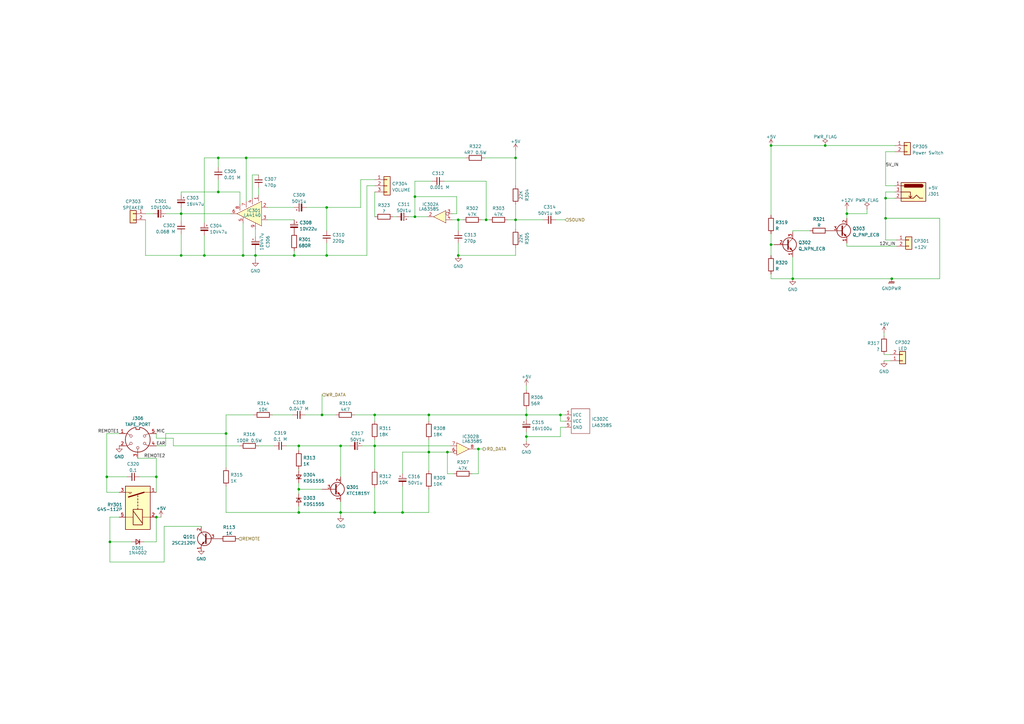
<source format=kicad_sch>
(kicad_sch (version 20211123) (generator eeschema)
  (paper "A3")
  (title_block (title "CPC6128 MC0020x tape audio and power") (date "2022-08-20") (rev "1") (company "Amstrad plc"))
  (lib_symbols
    (symbol "CPC_Kicad_symbols:LA4140" (pin_names hide)
      (property "Reference" "IC" (at -7.62 1.27 0))
      (property "Value" "LA4140" (at -7.62 -1.27 0))
      (symbol "LA4140_0_1"
        (polyline (pts (xy -7.62 5.08) (xy -7.62 -5.08) (xy 2.54 0) (xy -7.62 5.08)) (stroke (width 0.1524)) (fill (type background)))
      )
      (symbol "LA4140_1_1"
        (pin passive line (at -6.35 7.62 270) (length 2.54) (name "") (number "1"))
        (pin passive line (at -10.16 2.54 0) (length 2.54) (name "") (number "2"))
        (pin passive line (at -10.16 -2.54 0) (length 2.54) (name "") (number "3"))
        (pin passive line (at -3.81 6.35 270) (length 2.54) (name "") (number "4"))
        (pin passive line (at 0 -3.81 90) (length 2.54) (name "") (number "5"))
        (pin passive line (at 5.08 0 180) (length 2.54) (name "") (number "6"))
        (pin passive line (at -1.27 5.08 270) (length 2.54) (name "") (number "7"))
        (pin passive line (at 1.27 3.81 270) (length 2.54) (name "") (number "8"))
        (pin passive line (at -5.08 -6.35 90) (length 2.54) (name "") (number "9"))
      )
    )
    (symbol "CPC_Kicad_symbols:LA6358S"
      (property "Reference" "IC" (at 0 5.08 0))
      (property "Value" "LA6358S" (at 0 -7.62 0))
      (symbol "LA6358S_1_1"
        (polyline (pts (xy -2.54 2.54) (xy -2.54 -2.54) (xy 2.54 0) (xy -2.54 2.54)) (stroke (width 0.1524)) (fill (type background)))
        (pin output line (at 5.08 0 180) (length 2.54) (name "") (number "2"))
        (pin input inverted (at -5.08 -1.27 0) (length 2.54) (name "") (number "3"))
        (pin input line (at -5.08 1.27 0) (length 2.54) (name "") (number "4"))
      )
      (symbol "LA6358S_2_1"
        (polyline (pts (xy -2.54 2.54) (xy -2.54 -2.54) (xy 2.54 0) (xy -2.54 2.54)) (stroke (width 0.1524)) (fill (type background)))
        (pin input inverted (at -5.08 -1.27 0) (length 2.54) (name "") (number "6"))
        (pin input line (at -5.08 1.27 0) (length 2.54) (name "") (number "7"))
        (pin output line (at 5.08 0 180) (length 2.54) (name "") (number "8"))
      )
      (symbol "LA6358S_3_1"
        (rectangle (start 0 3.81) (end 7.62 -6.35) (stroke (width 0.1524)))
        (pin power_in line (at -2.54 1.27 0) (length 2.54) (name "VCC") (number "1"))
        (pin passive line (at -2.54 -3.81 0) (length 2.54) (name "GND") (number "5"))
        (pin power_in line (at -2.54 -1.27 0) (length 2.54) (name "VCC") (number "9"))
      )
    )
    (symbol "Connector:Barrel_Jack_Switch" (pin_names hide)
      (property "Reference" "J" (at 0 5.334 0))
      (property "Value" "Barrel_Jack_Switch" (at 0 -5.08 0))
      (symbol "Barrel_Jack_Switch_0_1"
        (rectangle (start -5.08 3.81) (end 5.08 -3.81) (stroke (width 0.254)) (fill (type background)))
        (arc (start -3.302 3.175) (mid -3.937 2.54) (end -3.302 1.905) (stroke (width 0.254)))
        (arc (start -3.302 3.175) (mid -3.937 2.54) (end -3.302 1.905) (stroke (width 0.254)) (fill (type outline)))
        (polyline (pts (xy 1.27 -2.286) (xy 1.905 -1.651)) (stroke (width 0.254)))
        (polyline (pts (xy 5.08 2.54) (xy 3.81 2.54)) (stroke (width 0.254)))
        (polyline (pts (xy 5.08 0) (xy 1.27 0) (xy 1.27 -2.286) (xy 0.635 -1.651)) (stroke (width 0.254)))
        (polyline (pts (xy -3.81 -2.54) (xy -2.54 -2.54) (xy -1.27 -1.27) (xy 0 -2.54) (xy 2.54 -2.54) (xy 5.08 -2.54)) (stroke (width 0.254)))
        (rectangle (start 3.683 3.175) (end -3.302 1.905) (stroke (width 0.254)) (fill (type outline)))
      )
      (symbol "Barrel_Jack_Switch_1_1"
        (pin passive line (at 7.62 2.54 180) (length 2.54) (name "~") (number "1"))
        (pin passive line (at 7.62 -2.54 180) (length 2.54) (name "~") (number "2"))
        (pin passive line (at 7.62 0 180) (length 2.54) (name "~") (number "3"))
      )
    )
    (symbol "Connector:DIN-5" (pin_names (offset 1.016))
      (property "Reference" "J" (at 3.175 5.715 0))
      (property "Value" "DIN-5" (at 0 -6.35 0))
      (symbol "DIN-5_0_1"
        (arc (start -5.08 0) (mid -3.8609 -3.3364) (end -0.762 -5.08) (stroke (width 0.254)))
        (circle (center -2.794 -1.524) (radius 0.508))
        (circle (center -2.794 1.524) (radius 0.508))
        (polyline (pts (xy 0 5.08) (xy 0 3.81)))
        (polyline (pts (xy -5.08 -2.54) (xy -4.318 -2.54) (xy -3.175 -1.905)))
        (polyline (pts (xy -5.08 2.54) (xy -4.318 2.54) (xy -3.175 1.905)))
        (polyline (pts (xy 5.08 -2.54) (xy 4.318 -2.54) (xy 3.175 -1.905)))
        (polyline (pts (xy 5.08 2.54) (xy 4.318 2.54) (xy 3.175 1.905)))
        (polyline (pts (xy -0.762 -4.953) (xy -0.762 -4.191) (xy 0.762 -4.191) (xy 0.762 -4.953)) (stroke (width 0.254)))
        (circle (center 0 3.302) (radius 0.508))
        (arc (start 0.762 -5.08) (mid 3.8685 -3.343) (end 5.08 0) (stroke (width 0.254)))
        (circle (center 2.794 -1.524) (radius 0.508))
        (circle (center 2.794 1.524) (radius 0.508))
        (arc (start 5.08 0) (mid 0 5.08) (end -5.08 0) (stroke (width 0.254)))
      )
      (symbol "DIN-5_1_1"
        (pin passive line (at -7.62 -2.54 0) (length 2.54) (name "~") (number "1"))
        (pin passive line (at -7.62 2.54 0) (length 2.54) (name "~") (number "2"))
        (pin passive line (at 0 7.62 270) (length 2.54) (name "~") (number "3"))
        (pin passive line (at 7.62 2.54 180) (length 2.54) (name "~") (number "4"))
        (pin passive line (at 7.62 -2.54 180) (length 2.54) (name "~") (number "5"))
      )
    )
    (symbol "Connector_Generic:Conn_01x02" (pin_names (offset 1.016) hide)
      (property "Reference" "J" (at 0 2.54 0))
      (property "Value" "Conn_01x02" (at 0 -5.08 0))
      (symbol "Conn_01x02_1_1"
        (rectangle (start -1.27 -2.413) (end 0 -2.667) (stroke (width 0.1524)))
        (rectangle (start -1.27 0.127) (end 0 -0.127) (stroke (width 0.1524)))
        (rectangle (start -1.27 1.27) (end 1.27 -3.81) (stroke (width 0.254)) (fill (type background)))
        (pin passive line (at -5.08 0 0) (length 3.81) (name "Pin_1") (number "1"))
        (pin passive line (at -5.08 -2.54 0) (length 3.81) (name "Pin_2") (number "2"))
      )
    )
    (symbol "Connector_Generic:Conn_01x03" (pin_names (offset 1.016) hide)
      (property "Reference" "J" (at 0 5.08 0))
      (property "Value" "Conn_01x03" (at 0 -5.08 0))
      (symbol "Conn_01x03_1_1"
        (rectangle (start -1.27 -2.413) (end 0 -2.667) (stroke (width 0.1524)))
        (rectangle (start -1.27 0.127) (end 0 -0.127) (stroke (width 0.1524)))
        (rectangle (start -1.27 2.667) (end 0 2.413) (stroke (width 0.1524)))
        (rectangle (start -1.27 3.81) (end 1.27 -3.81) (stroke (width 0.254)) (fill (type background)))
        (pin passive line (at -5.08 2.54 0) (length 3.81) (name "Pin_1") (number "1"))
        (pin passive line (at -5.08 0 0) (length 3.81) (name "Pin_2") (number "2"))
        (pin passive line (at -5.08 -2.54 0) (length 3.81) (name "Pin_3") (number "3"))
      )
    )
    (symbol "Device:C_Polarized_Small" (pin_numbers hide) (pin_names (offset 0.254) hide)
      (property "Reference" "C" (at 0.254 1.778 0))
      (property "Value" "C_Polarized_Small" (at 0.254 -2.032 0))
      (symbol "C_Polarized_Small_0_1"
        (rectangle (start -1.524 -0.3048) (end 1.524 -0.6858) (fill (type outline)))
        (rectangle (start -1.524 0.6858) (end 1.524 0.3048))
        (polyline (pts (xy -1.27 1.524) (xy -0.762 1.524)))
        (polyline (pts (xy -1.016 1.27) (xy -1.016 1.778)))
      )
      (symbol "C_Polarized_Small_1_1"
        (pin passive line (at 0 2.54 270) (length 1.8542) (name "~") (number "1"))
        (pin passive line (at 0 -2.54 90) (length 1.8542) (name "~") (number "2"))
      )
    )
    (symbol "Device:C_Small" (pin_numbers hide) (pin_names (offset 0.254) hide)
      (property "Reference" "C" (at 0.254 1.778 0))
      (property "Value" "C_Small" (at 0.254 -2.032 0))
      (symbol "C_Small_0_1"
        (polyline (pts (xy -1.524 -0.508) (xy 1.524 -0.508)) (stroke (width 0.3302)))
        (polyline (pts (xy -1.524 0.508) (xy 1.524 0.508)) (stroke (width 0.3048)))
      )
      (symbol "C_Small_1_1"
        (pin passive line (at 0 2.54 270) (length 2.032) (name "~") (number "1"))
        (pin passive line (at 0 -2.54 90) (length 2.032) (name "~") (number "2"))
      )
    )
    (symbol "Device:D_Small" (pin_numbers hide) (pin_names (offset 0.254) hide)
      (property "Reference" "D" (at -1.27 2.032 0))
      (property "Value" "D_Small" (at -3.81 -2.032 0))
      (symbol "D_Small_0_1"
        (polyline (pts (xy -0.762 -1.016) (xy -0.762 1.016)) (stroke (width 0.254)))
        (polyline (pts (xy -0.762 0) (xy 0.762 0)))
        (polyline (pts (xy 0.762 -1.016) (xy -0.762 0) (xy 0.762 1.016) (xy 0.762 -1.016)) (stroke (width 0.254)))
      )
      (symbol "D_Small_1_1"
        (pin passive line (at -2.54 0 0) (length 1.778) (name "K") (number "1"))
        (pin passive line (at 2.54 0 180) (length 1.778) (name "A") (number "2"))
      )
    )
    (symbol "Device:Q_NPN_EBC" (pin_names (offset 0) hide)
      (property "Reference" "Q" (at 5.08 1.27 0))
      (property "Value" "Q_NPN_EBC" (at 5.08 -1.27 0))
      (symbol "Q_NPN_EBC_0_1"
        (polyline (pts (xy 0.635 0.635) (xy 2.54 2.54)))
        (polyline (pts (xy 0.635 -0.635) (xy 2.54 -2.54) (xy 2.54 -2.54)))
        (polyline (pts (xy 0.635 1.905) (xy 0.635 -1.905) (xy 0.635 -1.905)) (stroke (width 0.508)))
        (polyline (pts (xy 1.27 -1.778) (xy 1.778 -1.27) (xy 2.286 -2.286) (xy 1.27 -1.778) (xy 1.27 -1.778)) (fill (type outline)))
        (circle (center 1.27 0) (radius 2.8194) (stroke (width 0.254)))
      )
      (symbol "Q_NPN_EBC_1_1"
        (pin passive line (at 2.54 -5.08 90) (length 2.54) (name "E") (number "1"))
        (pin passive line (at -5.08 0 0) (length 5.715) (name "B") (number "2"))
        (pin passive line (at 2.54 5.08 270) (length 2.54) (name "C") (number "3"))
      )
    )
    (symbol "Device:Q_NPN_ECB" (pin_names (offset 0) hide)
      (property "Reference" "Q" (at 5.08 1.27 0))
      (property "Value" "Q_NPN_ECB" (at 5.08 -1.27 0))
      (symbol "Q_NPN_ECB_0_1"
        (polyline (pts (xy 0.635 0.635) (xy 2.54 2.54)))
        (polyline (pts (xy 0.635 -0.635) (xy 2.54 -2.54) (xy 2.54 -2.54)))
        (polyline (pts (xy 0.635 1.905) (xy 0.635 -1.905) (xy 0.635 -1.905)) (stroke (width 0.508)))
        (polyline (pts (xy 1.27 -1.778) (xy 1.778 -1.27) (xy 2.286 -2.286) (xy 1.27 -1.778) (xy 1.27 -1.778)) (fill (type outline)))
        (circle (center 1.27 0) (radius 2.8194) (stroke (width 0.254)))
      )
      (symbol "Q_NPN_ECB_1_1"
        (pin passive line (at 2.54 -5.08 90) (length 2.54) (name "E") (number "1"))
        (pin passive line (at 2.54 5.08 270) (length 2.54) (name "C") (number "2"))
        (pin passive line (at -5.08 0 0) (length 5.715) (name "B") (number "3"))
      )
    )
    (symbol "Device:Q_PNP_ECB" (pin_names (offset 0) hide)
      (property "Reference" "Q" (at 5.08 1.27 0))
      (property "Value" "Q_PNP_ECB" (at 5.08 -1.27 0))
      (symbol "Q_PNP_ECB_0_1"
        (polyline (pts (xy 0.635 0.635) (xy 2.54 2.54)))
        (polyline (pts (xy 0.635 -0.635) (xy 2.54 -2.54) (xy 2.54 -2.54)))
        (polyline (pts (xy 0.635 1.905) (xy 0.635 -1.905) (xy 0.635 -1.905)) (stroke (width 0.508)))
        (polyline (pts (xy 2.286 -1.778) (xy 1.778 -2.286) (xy 1.27 -1.27) (xy 2.286 -1.778) (xy 2.286 -1.778)) (fill (type outline)))
        (circle (center 1.27 0) (radius 2.8194) (stroke (width 0.254)))
      )
      (symbol "Q_PNP_ECB_1_1"
        (pin passive line (at 2.54 -5.08 90) (length 2.54) (name "E") (number "1"))
        (pin passive line (at 2.54 5.08 270) (length 2.54) (name "C") (number "2"))
        (pin input line (at -5.08 0 0) (length 5.715) (name "B") (number "3"))
      )
    )
    (symbol "Device:R" (pin_numbers hide) (pin_names (offset 0))
      (property "Reference" "R" (at 2.032 0 90))
      (property "Value" "R" (at 0 0 90))
      (symbol "R_0_1"
        (rectangle (start -1.016 -2.54) (end 1.016 2.54) (stroke (width 0.254)))
      )
      (symbol "R_1_1"
        (pin passive line (at 0 3.81 270) (length 1.27) (name "~") (number "1"))
        (pin passive line (at 0 -3.81 90) (length 1.27) (name "~") (number "2"))
      )
    )
    (symbol "Relay:G5Q-1A"
      (property "Reference" "RY301" (at 5.715 1.27 90))
      (property "Value" "G4S-112P" (at 5.715 -0.635 90))
      (symbol "G5Q-1A_0_0"
        (polyline (pts (xy 5.08 5.08) (xy 5.08 2.54) (xy 4.445 3.175) (xy 5.08 3.81)))
      )
      (symbol "G5Q-1A_0_1"
        (rectangle (start -10.16 5.08) (end 7.62 -5.08) (stroke (width 0.254)) (fill (type background)))
        (rectangle (start -8.255 1.905) (end -1.905 -1.905) (stroke (width 0.254)))
        (polyline (pts (xy -7.62 -1.905) (xy -2.54 1.905)) (stroke (width 0.254)))
        (polyline (pts (xy -5.08 -5.08) (xy -5.08 -1.905)))
        (polyline (pts (xy -5.08 5.08) (xy -5.08 1.905)))
        (polyline (pts (xy -1.905 0) (xy -1.27 0)) (stroke (width 0.254)))
        (polyline (pts (xy -0.635 0) (xy 0 0)) (stroke (width 0.254)))
        (polyline (pts (xy 0.635 0) (xy 1.27 0)) (stroke (width 0.254)))
        (polyline (pts (xy 1.905 0) (xy 2.54 0)) (stroke (width 0.254)))
        (polyline (pts (xy 3.175 0) (xy 3.81 0)) (stroke (width 0.254)))
        (polyline (pts (xy 5.08 -2.54) (xy 3.175 3.81)) (stroke (width 0.508)))
        (polyline (pts (xy 5.08 -2.54) (xy 5.08 -5.08)))
      )
      (symbol "G5Q-1A_1_1"
        (pin passive line (at 5.08 -7.62 90) (length 2.54) (name "~") (number "1"))
        (pin passive line (at -5.08 -7.62 90) (length 2.54) (name "~") (number "2"))
        (pin passive line (at 5.08 7.62 270) (length 2.54) (name "~") (number "3"))
        (pin passive line (at -5.08 7.62 270) (length 2.54) (name "~") (number "5"))
      )
    )
    (symbol "power:+12V" (power) (pin_names (offset 0))
      (property "Value" "+12V" (at 0 3.556 0))
      (symbol "+12V_0_1"
        (polyline (pts (xy -0.762 1.27) (xy 0 2.54)))
        (polyline (pts (xy 0 0) (xy 0 2.54)))
        (polyline (pts (xy 0 2.54) (xy 0.762 1.27)))
      )
      (symbol "+12V_1_1"
        (pin power_in line (at 0 0 90) (length 0) hide (name "+12V") (number "1"))
      )
    )
    (symbol "power:+5V" (power) (pin_names (offset 0))
      (property "Value" "+5V" (at 0 3.556 0))
      (symbol "+5V_0_1"
        (polyline (pts (xy -0.762 1.27) (xy 0 2.54)))
        (polyline (pts (xy 0 0) (xy 0 2.54)))
        (polyline (pts (xy 0 2.54) (xy 0.762 1.27)))
      )
      (symbol "+5V_1_1"
        (pin power_in line (at 0 0 90) (length 0) hide (name "+5V") (number "1"))
      )
    )
    (symbol "power:GND" (power) (pin_names (offset 0))
      (property "Value" "GND" (at 0 -3.81 0))
      (symbol "GND_0_1"
        (polyline (pts (xy 0 0) (xy 0 -1.27) (xy 1.27 -1.27) (xy 0 -2.54) (xy -1.27 -1.27) (xy 0 -1.27)))
      )
      (symbol "GND_1_1"
        (pin power_in line (at 0 0 270) (length 0) hide (name "GND") (number "1"))
      )
    )
    (symbol "power:GNDPWR" (power) (pin_names (offset 0))
      (property "Value" "GNDPWR" (at 0 -3.302 0))
      (symbol "GNDPWR_0_1"
        (polyline (pts (xy 0 -1.27) (xy 0 0)))
        (polyline (pts (xy -1.016 -1.27) (xy -1.27 -2.032) (xy -1.27 -2.032)) (stroke (width 0.2032)))
        (polyline (pts (xy -0.508 -1.27) (xy -0.762 -2.032) (xy -0.762 -2.032)) (stroke (width 0.2032)))
        (polyline (pts (xy 0 -1.27) (xy -0.254 -2.032) (xy -0.254 -2.032)) (stroke (width 0.2032)))
        (polyline (pts (xy 0.508 -1.27) (xy 0.254 -2.032) (xy 0.254 -2.032)) (stroke (width 0.2032)))
        (polyline (pts (xy 1.016 -1.27) (xy -1.016 -1.27) (xy -1.016 -1.27)) (stroke (width 0.2032)))
        (polyline (pts (xy 1.016 -1.27) (xy 0.762 -2.032) (xy 0.762 -2.032) (xy 0.762 -2.032)) (stroke (width 0.2032)))
      )
      (symbol "GNDPWR_1_1"
        (pin power_in line (at 0 0 270) (length 0) hide (name "GNDPWR") (number "1"))
      )
    )
    (symbol "power:PWR_FLAG" (power) (pin_numbers hide) (pin_names (offset 0) hide)
      (property "Value" "PWR_FLAG" (at 0 3.81 0))
      (symbol "PWR_FLAG_0_0"
        (pin power_out line (at 0 0 90) (length 0) (name "pwr") (number "1"))
      )
      (symbol "PWR_FLAG_0_1"
        (polyline (pts (xy 0 0) (xy 0 1.27) (xy -1.016 1.905) (xy 0 2.54) (xy 1.016 1.905) (xy 0 1.27)))
      )
    )
  )
  (junction (at 83.82 104.775))
  (junction (at 175.895 185.42))
  (junction (at 133.985 104.775))
  (junction (at 187.96 104.775))
  (junction (at 316.23 100.33))
  (junction (at 338.455 59.69))
  (junction (at 199.39 90.17))
  (junction (at 120.65 104.775))
  (junction (at 187.96 90.17))
  (junction (at 104.775 104.775))
  (junction (at 365.76 114.3))
  (junction (at 100.965 64.77))
  (junction (at 89.535 64.77))
  (junction (at 64.135 195.58))
  (junction (at 139.7 182.88))
  (junction (at 99.695 104.775))
  (junction (at 89.535 78.74))
  (junction (at 74.295 87.63))
  (junction (at 316.23 59.69))
  (junction (at 170.18 80.645))
  (junction (at 43.815 195.58))
  (junction (at 133.985 85.09))
  (junction (at 215.9 179.07))
  (junction (at 132.08 170.18))
  (junction (at 45.085 222.25))
  (junction (at 215.9 170.18))
  (junction (at 175.895 170.18))
  (junction (at 229.87 170.18))
  (junction (at 153.67 182.88))
  (junction (at 139.7 210.185))
  (junction (at 363.22 81.28))
  (junction (at 211.455 90.17))
  (junction (at 122.555 210.185))
  (junction (at 153.67 210.185))
  (junction (at 363.22 89.535))
  (junction (at 165.1 210.185))
  (junction (at 153.67 170.18))
  (junction (at 64.135 212.09))
  (junction (at 196.215 184.15))
  (junction (at 170.18 88.9))
  (junction (at 122.555 182.88))
  (junction (at 211.455 64.77))
  (junction (at 347.345 87.63))
  (junction (at 325.12 114.3))
  (junction (at 122.555 200.66))
  (junction (at 183.515 185.42))
  (junction (at 74.295 104.775))
  (junction (at 92.71 177.8))
  (wire (pts (xy 153.67 210.185) (xy 165.1 210.185)))
  (wire (pts (xy 139.7 205.74) (xy 139.7 210.185)))
  (wire (pts (xy 43.815 177.8) (xy 48.895 177.8)))
  (wire (pts (xy 316.23 95.885) (xy 316.23 100.33)))
  (wire (pts (xy 316.23 100.33) (xy 317.5 100.33)))
  (wire (pts (xy 347.345 85.725) (xy 347.345 87.63)))
  (wire (pts (xy 363.22 78.74) (xy 367.03 78.74)))
  (wire (pts (xy 215.9 158.115) (xy 215.9 160.02)))
  (wire (pts (xy 120.65 102.87) (xy 120.65 104.775)))
  (wire (pts (xy 199.39 90.17) (xy 200.66 90.17)))
  (wire (pts (xy 187.96 104.775) (xy 211.455 104.775)))
  (wire (pts (xy 148.59 182.88) (xy 153.67 182.88)))
  (wire (pts (xy 122.555 200.66) (xy 132.08 200.66)))
  (wire (pts (xy 82.55 226.06) (xy 82.55 224.79)))
  (wire (pts (xy 109.855 85.09) (xy 120.65 85.09)))
  (wire (pts (xy 316.23 88.265) (xy 316.23 59.69)))
  (wire (pts (xy 125.095 170.18) (xy 132.08 170.18)))
  (wire (pts (xy 211.455 64.77) (xy 211.455 76.2)))
  (wire (pts (xy 83.82 104.775) (xy 74.295 104.775)))
  (wire (pts (xy 175.895 172.72) (xy 175.895 170.18)))
  (wire (pts (xy 211.455 90.17) (xy 222.885 90.17)))
  (wire (pts (xy 316.23 100.33) (xy 316.23 104.775)))
  (wire (pts (xy 62.865 87.63) (xy 59.69 87.63)))
  (wire (pts (xy 139.7 210.185) (xy 139.7 211.455)))
  (wire (pts (xy 208.28 90.17) (xy 211.455 90.17)))
  (wire (pts (xy 143.51 182.88) (xy 139.7 182.88)))
  (wire (pts (xy 198.755 64.77) (xy 211.455 64.77)))
  (wire (pts (xy 196.215 194.31) (xy 196.215 184.15)))
  (wire (pts (xy 363.22 81.28) (xy 363.22 78.74)))
  (wire (pts (xy 89.535 68.58) (xy 89.535 64.77)))
  (wire (pts (xy 170.18 74.295) (xy 177.165 74.295)))
  (wire (pts (xy 99.695 104.775) (xy 104.775 104.775)))
  (wire (pts (xy 197.485 90.17) (xy 199.39 90.17)))
  (wire (pts (xy 67.31 230.505) (xy 45.085 230.505)))
  (wire (pts (xy 132.08 170.18) (xy 137.795 170.18)))
  (wire (pts (xy 215.9 180.975) (xy 215.9 179.07)))
  (wire (pts (xy 122.555 192.405) (xy 122.555 193.04)))
  (wire (pts (xy 67.945 177.8) (xy 67.945 182.88)))
  (wire (pts (xy 52.07 195.58) (xy 43.815 195.58)))
  (wire (pts (xy 122.555 182.88) (xy 122.555 184.785)))
  (wire (pts (xy 363.22 89.535) (xy 363.22 81.28)))
  (wire (pts (xy 104.775 93.98) (xy 104.775 97.155)))
  (wire (pts (xy 215.9 179.07) (xy 229.87 179.07)))
  (wire (pts (xy 199.39 74.295) (xy 199.39 90.17)))
  (wire (pts (xy 133.985 85.09) (xy 133.985 94.615)))
  (wire (pts (xy 48.895 201.93) (xy 43.815 201.93)))
  (wire (pts (xy 67.945 182.88) (xy 64.135 182.88)))
  (wire (pts (xy 347.345 100.965) (xy 367.665 100.965)))
  (wire (pts (xy 147.955 73.66) (xy 153.67 73.66)))
  (wire (pts (xy 111.76 170.18) (xy 120.015 170.18)))
  (wire (pts (xy 196.215 184.15) (xy 198.12 184.15)))
  (wire (pts (xy 338.455 59.69) (xy 367.03 59.69)))
  (wire (pts (xy 363.22 98.425) (xy 363.22 89.535)))
  (wire (pts (xy 231.775 90.17) (xy 227.965 90.17)))
  (wire (pts (xy 175.895 180.34) (xy 175.895 185.42)))
  (wire (pts (xy 193.675 194.31) (xy 196.215 194.31)))
  (wire (pts (xy 165.1 210.185) (xy 175.895 210.185)))
  (wire (pts (xy 183.515 185.42) (xy 183.515 194.31)))
  (wire (pts (xy 59.69 104.775) (xy 59.69 90.17)))
  (wire (pts (xy 106.045 182.88) (xy 112.395 182.88)))
  (wire (pts (xy 191.135 64.77) (xy 100.965 64.77)))
  (wire (pts (xy 71.12 182.88) (xy 98.425 182.88)))
  (wire (pts (xy 99.695 91.44) (xy 99.695 104.775)))
  (wire (pts (xy 316.23 114.3) (xy 325.12 114.3)))
  (wire (pts (xy 74.295 78.74) (xy 89.535 78.74)))
  (wire (pts (xy 363.22 98.425) (xy 367.665 98.425)))
  (wire (pts (xy 170.18 80.645) (xy 170.18 88.9)))
  (wire (pts (xy 165.1 185.42) (xy 175.895 185.42)))
  (wire (pts (xy 83.82 96.52) (xy 83.82 104.775)))
  (wire (pts (xy 106.045 71.755) (xy 103.505 71.755)))
  (wire (pts (xy 92.71 210.185) (xy 92.71 199.39)))
  (wire (pts (xy 92.71 177.8) (xy 92.71 191.77)))
  (wire (pts (xy 187.96 90.17) (xy 189.865 90.17)))
  (wire (pts (xy 362.585 147.955) (xy 365.125 147.955)))
  (wire (pts (xy 355.6 85.725) (xy 355.6 87.63)))
  (wire (pts (xy 183.515 185.42) (xy 184.785 185.42)))
  (wire (pts (xy 229.87 175.26) (xy 231.775 175.26)))
  (wire (pts (xy 89.535 73.66) (xy 89.535 78.74)))
  (wire (pts (xy 153.67 170.18) (xy 153.67 172.72)))
  (wire (pts (xy 89.535 64.77) (xy 83.82 64.77)))
  (wire (pts (xy 165.1 199.39) (xy 165.1 210.185)))
  (wire (pts (xy 175.895 170.18) (xy 153.67 170.18)))
  (wire (pts (xy 122.555 200.66) (xy 122.555 202.565)))
  (wire (pts (xy 59.055 222.25) (xy 64.135 222.25)))
  (wire (pts (xy 150.495 76.2) (xy 150.495 104.775)))
  (wire (pts (xy 363.22 81.28) (xy 367.03 81.28)))
  (wire (pts (xy 355.6 87.63) (xy 347.345 87.63)))
  (wire (pts (xy 215.9 170.18) (xy 229.87 170.18)))
  (wire (pts (xy 122.555 198.12) (xy 122.555 200.66)))
  (wire (pts (xy 67.945 87.63) (xy 74.295 87.63)))
  (wire (pts (xy 365.125 145.415) (xy 362.585 145.415)))
  (wire (pts (xy 182.245 74.295) (xy 199.39 74.295)))
  (wire (pts (xy 231.775 170.18) (xy 229.87 170.18)))
  (wire (pts (xy 67.31 215.9) (xy 67.31 230.505)))
  (wire (pts (xy 175.895 185.42) (xy 175.895 193.04)))
  (wire (pts (xy 100.965 64.77) (xy 100.965 82.55)))
  (wire (pts (xy 211.455 104.775) (xy 211.455 101.6)))
  (wire (pts (xy 64.135 212.09) (xy 64.135 222.25)))
  (wire (pts (xy 104.775 104.775) (xy 104.775 102.235)))
  (wire (pts (xy 325.12 105.41) (xy 325.12 114.3)))
  (wire (pts (xy 167.64 88.9) (xy 170.18 88.9)))
  (wire (pts (xy 229.87 172.72) (xy 231.775 172.72)))
  (wire (pts (xy 183.515 194.31) (xy 186.055 194.31)))
  (wire (pts (xy 363.22 62.23) (xy 363.22 76.2)))
  (wire (pts (xy 147.955 73.66) (xy 147.955 85.09)))
  (wire (pts (xy 185.42 87.63) (xy 187.325 87.63)))
  (wire (pts (xy 153.67 182.88) (xy 184.785 182.88)))
  (wire (pts (xy 104.775 104.775) (xy 120.65 104.775)))
  (wire (pts (xy 92.71 170.18) (xy 104.14 170.18)))
  (wire (pts (xy 153.67 182.88) (xy 153.67 192.405)))
  (wire (pts (xy 43.815 177.8) (xy 43.815 195.58)))
  (wire (pts (xy 120.65 104.775) (xy 133.985 104.775)))
  (wire (pts (xy 74.295 104.775) (xy 59.69 104.775)))
  (wire (pts (xy 56.515 187.96) (xy 64.135 187.96)))
  (wire (pts (xy 316.23 59.69) (xy 338.455 59.69)))
  (wire (pts (xy 385.445 114.3) (xy 385.445 89.535)))
  (wire (pts (xy 71.12 179.705) (xy 64.135 179.705)))
  (wire (pts (xy 153.67 200.025) (xy 153.67 210.185)))
  (wire (pts (xy 363.22 76.2) (xy 367.03 76.2)))
  (wire (pts (xy 74.295 87.63) (xy 94.615 87.63)))
  (wire (pts (xy 74.295 80.01) (xy 74.295 78.74)))
  (wire (pts (xy 92.71 177.8) (xy 92.71 170.18)))
  (wire (pts (xy 45.085 230.505) (xy 45.085 222.25)))
  (wire (pts (xy 316.23 112.395) (xy 316.23 114.3)))
  (wire (pts (xy 229.87 179.07) (xy 229.87 175.26)))
  (wire (pts (xy 104.775 106.68) (xy 104.775 104.775)))
  (wire (pts (xy 64.135 195.58) (xy 64.135 201.93)))
  (wire (pts (xy 109.855 90.17) (xy 120.65 90.17)))
  (wire (pts (xy 122.555 210.185) (xy 139.7 210.185)))
  (wire (pts (xy 153.67 88.9) (xy 153.67 78.74)))
  (wire (pts (xy 347.345 87.63) (xy 347.345 89.535)))
  (wire (pts (xy 89.535 64.77) (xy 100.965 64.77)))
  (wire (pts (xy 106.045 76.835) (xy 106.045 80.01)))
  (wire (pts (xy 133.985 104.775) (xy 150.495 104.775)))
  (wire (pts (xy 153.67 180.34) (xy 153.67 182.88)))
  (wire (pts (xy 196.215 184.15) (xy 194.945 184.15)))
  (wire (pts (xy 187.96 99.695) (xy 187.96 104.775)))
  (wire (pts (xy 82.55 215.9) (xy 67.31 215.9)))
  (wire (pts (xy 57.15 195.58) (xy 64.135 195.58)))
  (wire (pts (xy 122.555 182.88) (xy 117.475 182.88)))
  (wire (pts (xy 64.135 212.09) (xy 66.04 212.09)))
  (wire (pts (xy 103.505 71.755) (xy 103.505 81.28)))
  (wire (pts (xy 74.295 85.09) (xy 74.295 87.63)))
  (wire (pts (xy 89.535 78.74) (xy 98.425 78.74)))
  (wire (pts (xy 187.325 80.645) (xy 170.18 80.645)))
  (wire (pts (xy 365.76 114.3) (xy 385.445 114.3)))
  (wire (pts (xy 74.295 104.775) (xy 74.295 95.885)))
  (wire (pts (xy 385.445 89.535) (xy 363.22 89.535)))
  (wire (pts (xy 215.9 179.07) (xy 215.9 177.165)))
  (wire (pts (xy 122.555 210.185) (xy 92.71 210.185)))
  (wire (pts (xy 133.985 99.695) (xy 133.985 104.775)))
  (wire (pts (xy 325.12 94.615) (xy 325.12 95.25)))
  (wire (pts (xy 367.03 62.23) (xy 363.22 62.23)))
  (wire (pts (xy 71.12 182.88) (xy 71.12 179.705)))
  (wire (pts (xy 64.135 187.96) (xy 64.135 195.58)))
  (wire (pts (xy 229.87 172.72) (xy 229.87 170.18)))
  (wire (pts (xy 139.7 210.185) (xy 153.67 210.185)))
  (wire (pts (xy 170.18 88.9) (xy 175.26 88.9)))
  (wire (pts (xy 187.96 90.17) (xy 187.96 94.615)))
  (wire (pts (xy 332.105 94.615) (xy 325.12 94.615)))
  (wire (pts (xy 165.1 194.31) (xy 165.1 185.42)))
  (wire (pts (xy 74.295 87.63) (xy 74.295 90.805)))
  (wire (pts (xy 211.455 90.17) (xy 211.455 93.98)))
  (wire (pts (xy 185.42 90.17) (xy 187.96 90.17)))
  (wire (pts (xy 175.895 185.42) (xy 183.515 185.42)))
  (wire (pts (xy 347.345 100.965) (xy 347.345 99.695)))
  (wire (pts (xy 145.415 170.18) (xy 153.67 170.18)))
  (wire (pts (xy 187.325 87.63) (xy 187.325 80.645)))
  (wire (pts (xy 125.73 85.09) (xy 133.985 85.09)))
  (wire (pts (xy 215.9 170.18) (xy 175.895 170.18)))
  (wire (pts (xy 139.7 182.88) (xy 122.555 182.88)))
  (wire (pts (xy 83.82 64.77) (xy 83.82 91.44)))
  (wire (pts (xy 139.7 195.58) (xy 139.7 182.88)))
  (wire (pts (xy 67.945 177.8) (xy 92.71 177.8)))
  (wire (pts (xy 64.135 179.705) (xy 64.135 177.8)))
  (wire (pts (xy 161.29 88.9) (xy 162.56 88.9)))
  (wire (pts (xy 98.425 83.82) (xy 98.425 78.74)))
  (wire (pts (xy 99.695 104.775) (xy 83.82 104.775)))
  (wire (pts (xy 215.9 172.085) (xy 215.9 170.18)))
  (wire (pts (xy 45.085 222.25) (xy 53.975 222.25)))
  (wire (pts (xy 215.9 167.64) (xy 215.9 170.18)))
  (wire (pts (xy 133.985 85.09) (xy 147.955 85.09)))
  (wire (pts (xy 45.085 212.09) (xy 48.895 212.09)))
  (wire (pts (xy 153.67 76.2) (xy 150.495 76.2)))
  (wire (pts (xy 325.12 114.3) (xy 365.76 114.3)))
  (wire (pts (xy 45.085 212.09) (xy 45.085 222.25)))
  (wire (pts (xy 175.895 200.66) (xy 175.895 210.185)))
  (wire (pts (xy 170.18 80.645) (xy 170.18 74.295)))
  (wire (pts (xy 132.08 161.925) (xy 132.08 170.18)))
  (wire (pts (xy 43.815 195.58) (xy 43.815 201.93)))
  (wire (pts (xy 211.455 61.595) (xy 211.455 64.77)))
  (wire (pts (xy 122.555 207.645) (xy 122.555 210.185)))
  (wire (pts (xy 362.585 136.525) (xy 362.585 137.795)))
  (wire (pts (xy 211.455 90.17) (xy 211.455 83.82)))
  (label "EAR" (at 64.135 182.88 0))
  (label "REMOTE1" (at 48.895 177.8 180))
  (label "5V_IN" (at 363.22 68.58 0))
  (label "REMOTE2" (at 59.055 187.96 0))
  (label "MIC" (at 64.135 177.8 0))
  (label "12V_IN" (at 360.68 100.965 0))
  (hierarchical_label "SOUND" (shape input) (at 231.775 90.17 0))
  (hierarchical_label "RD_DATA" (shape output) (at 198.12 184.15 0))
  (hierarchical_label "REMOTE" (shape input) (at 97.79 220.98 0))
  (hierarchical_label "WR_DATA" (shape input) (at 132.08 161.925 0))
  (symbol (lib_id "Device:C_Polarized_Small") (at 65.405 87.63 270) (mirror x) (unit 1)
    (property "Reference" "C301" (at 65.9511 82.5332 90))
    (property "Value" "10V100u" (at 65.9511 85.0701 90))
    (property "Footprint" "Amstrad-CPC:CP_Radial_D4.0mm_P5.00mm" (effects hide))
  )
  (symbol (lib_id "Device:R") (at 122.555 188.595 180) (unit 1)
    (property "Reference" "R313" (at 124.333 187.7603 0) (effects (justify right)))
    (property "Value" "1K" (at 124.333 190.2972 0) (effects (justify right)))
    (property "Footprint" "Resistor_THT:R_Axial_DIN0207_L6.3mm_D2.5mm_P10.16mm_Horizontal" (effects hide))
  )
  (symbol (lib_id "Device:R") (at 153.67 176.53 0) (unit 1)
    (property "Reference" "R311" (at 155.448 175.6953 0) (effects (justify left)))
    (property "Value" "18K" (at 155.448 178.2322 0) (effects (justify left)))
    (property "Footprint" "Resistor_THT:R_Axial_DIN0207_L6.3mm_D2.5mm_P10.16mm_Horizontal" (effects hide))
  )
  (symbol (lib_id "Device:C_Small") (at 89.535 71.12 0) (mirror y) (unit 1)
    (property "Reference" "C305" (at 91.8591 70.2916 0) (effects (justify right)))
    (property "Value" "0.01 M" (at 91.8591 72.8285 0) (effects (justify right)))
    (property "Footprint" "Capacitor_THT:C_Rect_L7.0mm_W2.0mm_P5.00mm" (effects hide))
  )
  (symbol (lib_id "Device:C_Polarized_Small") (at 104.775 99.695 0) (unit 1)
    (property "Reference" "C306" (at 109.8718 99.1489 90))
    (property "Value" "10V47u" (at 107.3349 99.1489 90))
    (property "Footprint" "Amstrad-CPC:CP_Radial_D4.0mm_P5.00mm" (effects hide))
  )
  (symbol (lib_id "power:GND") (at 325.12 114.3 0) (unit 1)
    (property "Reference" "#PWR0202" (effects hide))
    (property "Value" "GND" (at 325.12 118.7434 0))
  )
  (symbol (lib_id "Device:R") (at 120.65 99.06 0) (mirror y) (unit 1)
    (property "Reference" "R301" (at 122.428 98.2253 0) (effects (justify right)))
    (property "Value" "680R" (at 122.428 100.7622 0) (effects (justify right)))
    (property "Footprint" "Resistor_THT:R_Axial_DIN0207_L6.3mm_D2.5mm_P10.16mm_Horizontal" (effects hide))
  )
  (symbol (lib_id "Device:R") (at 204.47 90.17 90) (mirror x) (unit 1)
    (property "Reference" "R303" (at 204.47 85.4542 90))
    (property "Value" "47K" (at 204.47 87.9911 90))
    (property "Footprint" "Resistor_THT:R_Axial_DIN0207_L6.3mm_D2.5mm_P10.16mm_Horizontal" (effects hide))
  )
  (symbol (lib_id "Device:C_Small") (at 133.985 97.155 0) (unit 1)
    (property "Reference" "C310" (at 136.3091 96.3266 0) (effects (justify left)))
    (property "Value" "220p" (at 136.3091 98.8635 0) (effects (justify left)))
    (property "Footprint" "Capacitor_THT:C_Disc_D4.3mm_W1.9mm_P5.00mm" (effects hide))
  )
  (symbol (lib_id "Device:R") (at 157.48 88.9 270) (mirror x) (unit 1)
    (property "Reference" "R323" (at 157.48 84.1842 90))
    (property "Value" "?" (at 157.48 86.7211 90))
    (property "Footprint" "Resistor_THT:R_Axial_DIN0207_L6.3mm_D2.5mm_P10.16mm_Horizontal" (effects hide))
  )
  (symbol (lib_id "Device:C_Small") (at 114.935 182.88 90) (unit 1)
    (property "Reference" "C319" (at 114.9413 177.6181 90))
    (property "Value" "0.1 M" (at 114.9413 180.155 90))
    (property "Footprint" "Capacitor_THT:C_Rect_L7.0mm_W2.0mm_P5.00mm" (effects hide))
  )
  (symbol (lib_id "Device:C_Small") (at 179.705 74.295 90) (mirror x) (unit 1)
    (property "Reference" "C312" (at 179.705 71.12 90))
    (property "Value" "0.001 M" (at 180.34 76.835 90))
    (property "Footprint" "Capacitor_THT:C_Rect_L7.0mm_W2.0mm_P5.00mm" (effects hide))
  )
  (symbol (lib_id "power:+5V") (at 362.585 136.525 0) (unit 1)
    (property "Reference" "#PWR0231" (effects hide))
    (property "Value" "+5V" (at 362.585 132.9492 0))
  )
  (symbol (lib_id "Relay:G5Q-1A") (at 56.515 207.01 90) (unit 1)
    (property "Reference" "RY301" (at 50.165 207.01 90) (effects (justify left)))
    (property "Value" "G4S-112P" (at 50.165 208.915 90) (effects (justify left)))
    (property "Footprint" "Relay_THT:Relay_SPST_SANYOU_SRD_Series_Form_A" (effects hide))
  )
  (symbol (lib_id "Device:R") (at 211.455 97.79 180) (unit 1)
    (property "Reference" "R305" (at 216.1708 97.79 90))
    (property "Value" "22K" (at 213.6339 97.79 90))
    (property "Footprint" "Resistor_THT:R_Axial_DIN0207_L6.3mm_D2.5mm_P10.16mm_Horizontal" (effects hide))
  )
  (symbol (lib_id "power:GND") (at 82.55 224.79 0) (mirror y) (unit 1)
    (property "Reference" "#PWR0188" (effects hide))
    (property "Value" "GND" (at 82.55 229.2334 0))
  )
  (symbol (lib_id "power:+12V") (at 347.345 85.725 0) (unit 1)
    (property "Reference" "#PWR0205" (effects hide))
    (property "Value" "+12V" (at 347.345 82.1492 0))
  )
  (symbol (lib_id "power:GND") (at 139.7 211.455 0) (unit 1)
    (property "Reference" "#PWR0199" (effects hide))
    (property "Value" "GND" (at 139.7 215.8984 0))
  )
  (symbol (lib_id "CPC_Kicad_symbols:LA6358S") (at 189.865 184.15 0) (unit 2)
    (property "Reference" "IC302" (at 193.04 179.07 0))
    (property "Value" "LA6358S" (at 193.675 180.975 0))
    (property "Footprint" "Package_SIP:SIP-9_22.3x3mm_P2.54mm" (effects hide))
  )
  (symbol (lib_id "power:GNDPWR") (at 365.76 114.3 0) (unit 1)
    (property "Reference" "#PWR0203" (effects hide))
    (property "Value" "GNDPWR" (at 365.633 118.337 0))
  )
  (symbol (lib_id "Device:R") (at 93.98 220.98 270) (mirror x) (unit 1)
    (property "Reference" "R113" (at 93.98 216.2642 90))
    (property "Value" "1K" (at 93.98 218.8011 90))
    (property "Footprint" "Resistor_THT:R_Axial_DIN0207_L6.3mm_D2.5mm_P10.16mm_Horizontal" (effects hide))
  )
  (symbol (lib_id "Device:R") (at 141.605 170.18 90) (unit 1)
    (property "Reference" "R310" (at 141.605 165.4642 90))
    (property "Value" "4K7" (at 141.605 168.0011 90))
    (property "Footprint" "Resistor_THT:R_Axial_DIN0207_L6.3mm_D2.5mm_P10.16mm_Horizontal" (effects hide))
  )
  (symbol (lib_id "Device:D_Small") (at 122.555 195.58 270) (mirror x) (unit 1)
    (property "Reference" "D304" (at 124.333 194.7453 90) (effects (justify left)))
    (property "Value" "KDS1555" (at 124.333 197.2822 90) (effects (justify left)))
    (property "Footprint" "Diode_THT:D_DO-35_SOD27_P10.16mm_Horizontal" (effects hide))
  )
  (symbol (lib_id "Connector_Generic:Conn_01x02") (at 370.205 147.955 0) (mirror x) (unit 1)
    (property "Reference" "CP302" (at 370.205 140.4452 0))
    (property "Value" "LED" (at 370.205 142.9821 0))
    (property "Footprint" "Connector_Molex:Molex_KK-254_AE-6410-02A_1x02_P2.54mm_Vertical" (effects hide))
  )
  (symbol (lib_id "Device:C_Polarized_Small") (at 74.295 82.55 0) (mirror y) (unit 1)
    (property "Reference" "C303" (at 76.454 81.1692 0) (effects (justify right)))
    (property "Value" "16V47u" (at 76.454 83.7061 0) (effects (justify right)))
    (property "Footprint" "Amstrad-CPC:CP_Radial_D4.0mm_P5.00mm" (effects hide))
  )
  (symbol (lib_id "Device:R") (at 175.895 196.85 180) (unit 1)
    (property "Reference" "R309" (at 177.673 196.0153 0) (effects (justify right)))
    (property "Value" "10K" (at 177.673 198.5522 0) (effects (justify right)))
    (property "Footprint" "Resistor_THT:R_Axial_DIN0207_L6.3mm_D2.5mm_P10.16mm_Horizontal" (effects hide))
  )
  (symbol (lib_id "Device:R") (at 362.585 141.605 0) (mirror x) (unit 1)
    (property "Reference" "R317" (at 360.807 140.7703 0) (effects (justify right)))
    (property "Value" "?" (at 360.807 143.3072 0) (effects (justify right)))
    (property "Footprint" "Resistor_THT:R_Axial_DIN0207_L6.3mm_D2.5mm_P10.16mm_Horizontal" (effects hide))
  )
  (symbol (lib_id "Connector_Generic:Conn_01x02") (at 54.61 87.63 0) (mirror y) (unit 1)
    (property "Reference" "CP303" (at 54.61 82.6602 0))
    (property "Value" "SPEAKER" (at 54.61 85.1971 0))
    (property "Footprint" "Connector_Molex:Molex_KK-254_AE-6410-02A_1x02_P2.54mm_Vertical" (effects hide))
  )
  (symbol (lib_id "power:+5V") (at 66.04 212.09 0) (unit 1)
    (property "Reference" "#PWR0189" (effects hide))
    (property "Value" "+5V" (at 66.04 208.5142 0))
  )
  (symbol (lib_id "Device:C_Polarized_Small") (at 83.82 93.98 0) (mirror y) (unit 1)
    (property "Reference" "C304" (at 85.979 92.5992 0) (effects (justify right)))
    (property "Value" "10V47u" (at 85.979 95.1361 0) (effects (justify right)))
    (property "Footprint" "Amstrad-CPC:CP_Radial_D4.0mm_P5.00mm" (effects hide))
  )
  (symbol (lib_id "Device:R") (at 102.235 182.88 270) (unit 1)
    (property "Reference" "R316" (at 102.235 178.1642 90))
    (property "Value" "100R 0.5W" (at 102.235 180.7011 90))
    (property "Footprint" "Resistor_THT:R_Axial_DIN0207_L6.3mm_D2.5mm_P10.16mm_Horizontal" (effects hide))
  )
  (symbol (lib_id "power:PWR_FLAG") (at 355.6 85.725 0) (unit 1)
    (property "Reference" "#FLG0101" (effects hide))
    (property "Value" "PWR_FLAG" (at 355.6 82.1492 0))
  )
  (symbol (lib_id "Device:R") (at 211.455 80.01 0) (mirror x) (unit 1)
    (property "Reference" "R304" (at 216.1708 80.01 90))
    (property "Value" "22K" (at 213.6339 80.01 90))
    (property "Footprint" "Resistor_THT:R_Axial_DIN0207_L6.3mm_D2.5mm_P10.16mm_Horizontal" (effects hide))
  )
  (symbol (lib_id "Connector:Barrel_Jack_Switch") (at 374.65 78.74 0) (mirror y) (unit 1)
    (property "Reference" "J301" (at 380.492 79.5747 0) (effects (justify right)))
    (property "Value" "+5V" (at 380.492 77.0378 0) (effects (justify right)))
    (property "Footprint" "Connector_BarrelJack:BarrelJack_Wuerth_6941xx301002" (effects hide))
  )
  (symbol (lib_id "Device:C_Polarized_Small") (at 123.19 85.09 90) (unit 1)
    (property "Reference" "C309" (at 122.6439 79.9932 90))
    (property "Value" "50V1u" (at 122.6439 82.5301 90))
    (property "Footprint" "Amstrad-CPC:CP_Radial_D4.0mm_P5.00mm" (effects hide))
  )
  (symbol (lib_id "power:GND") (at 187.96 104.775 0) (mirror y) (unit 1)
    (property "Reference" "#PWR0190" (effects hide))
    (property "Value" "GND" (at 187.96 109.2184 0))
  )
  (symbol (lib_id "Device:C_Polarized_Small") (at 165.1 196.85 0) (unit 1)
    (property "Reference" "C316" (at 167.259 195.4692 0) (effects (justify left)))
    (property "Value" "50V1u" (at 167.259 198.0061 0) (effects (justify left)))
    (property "Footprint" "Amstrad-CPC:CP_Radial_D4.0mm_P5.00mm" (effects hide))
  )
  (symbol (lib_id "power:GND") (at 362.585 147.955 0) (unit 1)
    (property "Reference" "#PWR0230" (effects hide))
    (property "Value" "GND" (at 362.585 152.3984 0))
  )
  (symbol (lib_id "Device:R") (at 107.95 170.18 90) (mirror x) (unit 1)
    (property "Reference" "R314" (at 107.95 165.4642 90))
    (property "Value" "10K" (at 107.95 168.0011 90))
    (property "Footprint" "Resistor_THT:R_Axial_DIN0207_L6.3mm_D2.5mm_P10.16mm_Horizontal" (effects hide))
  )
  (symbol (lib_id "Device:R") (at 316.23 108.585 180) (unit 1)
    (property "Reference" "R320" (at 318.008 107.7503 0) (effects (justify right)))
    (property "Value" "R" (at 318.008 110.2872 0) (effects (justify right)))
    (property "Footprint" "Resistor_THT:R_Axial_DIN0207_L6.3mm_D2.5mm_P10.16mm_Horizontal" (effects hide))
  )
  (symbol (lib_id "Device:Q_NPN_ECB") (at 137.16 200.66 0) (unit 1)
    (property "Reference" "Q301" (at 142.0114 199.8253 0) (effects (justify left)))
    (property "Value" "KTC1815Y" (at 142.0114 202.3622 0) (effects (justify left)))
    (property "Footprint" "Package_TO_SOT_THT:TO-92_Inline_Wide" (effects hide))
  )
  (symbol (lib_id "Device:C_Small") (at 74.295 93.345 0) (mirror x) (unit 1)
    (property "Reference" "C302" (at 71.971 92.5039 0) (effects (justify right)))
    (property "Value" "0.068 M" (at 71.971 95.0408 0) (effects (justify right)))
    (property "Footprint" "Capacitor_THT:C_Rect_L7.0mm_W2.0mm_P5.00mm" (effects hide))
  )
  (symbol (lib_id "Device:R") (at 194.945 64.77 90) (mirror x) (unit 1)
    (property "Reference" "R322" (at 194.945 60.0542 90))
    (property "Value" "4R7 0.5W" (at 194.945 62.5911 90))
    (property "Footprint" "Resistor_THT:R_Axial_DIN0207_L6.3mm_D2.5mm_P10.16mm_Horizontal" (effects hide))
  )
  (symbol (lib_id "Device:D_Small") (at 56.515 222.25 180) (unit 1)
    (property "Reference" "D301" (at 53.975 224.79 0) (effects (justify right)))
    (property "Value" "1N4002" (at 60.325 226.695 0) (effects (justify left)))
    (property "Footprint" "Diode_THT:D_DO-35_SOD27_P10.16mm_Horizontal" (effects hide))
  )
  (symbol (lib_id "Device:C_Polarized_Small") (at 146.05 182.88 270) (unit 1)
    (property "Reference" "C317" (at 146.5961 177.7832 90))
    (property "Value" "50V1u" (at 146.5961 180.3201 90))
    (property "Footprint" "Amstrad-CPC:CP_Radial_D4.0mm_P5.00mm" (effects hide))
  )
  (symbol (lib_id "power:GND") (at 215.9 180.975 0) (unit 1)
    (property "Reference" "#PWR0200" (effects hide))
    (property "Value" "GND" (at 215.9 185.4184 0))
  )
  (symbol (lib_id "Device:C_Small") (at 122.555 170.18 90) (unit 1)
    (property "Reference" "C318" (at 122.555 165.1 90))
    (property "Value" "0.047 M" (at 122.555 167.64 90))
    (property "Footprint" "Capacitor_THT:C_Rect_L7.0mm_W2.0mm_P5.00mm" (effects hide))
  )
  (symbol (lib_id "Device:R") (at 175.895 176.53 180) (unit 1)
    (property "Reference" "R308" (at 177.673 175.6953 0) (effects (justify right)))
    (property "Value" "18K" (at 177.673 178.2322 0) (effects (justify right)))
    (property "Footprint" "Resistor_THT:R_Axial_DIN0207_L6.3mm_D2.5mm_P10.16mm_Horizontal" (effects hide))
  )
  (symbol (lib_id "CPC_Kicad_symbols:LA4140") (at 99.695 87.63 0) (mirror y) (unit 1)
    (property "Reference" "IC301" (at 104.14 86.36 0))
    (property "Value" "LA4140" (at 103.505 88.265 0))
    (property "Footprint" "Package_SIP:SIP-9_22.3x3mm_P2.54mm" (effects hide))
  )
  (symbol (lib_id "Device:Q_NPN_EBC") (at 322.58 100.33 0) (unit 1)
    (property "Reference" "Q302" (at 327.4314 99.4953 0) (effects (justify left)))
    (property "Value" "Q_NPN_ECB" (at 327.4314 102.0322 0) (effects (justify left)))
    (property "Footprint" "Package_TO_SOT_THT:TO-92_Inline_Wide" (effects hide))
  )
  (symbol (lib_id "power:GND") (at 48.895 182.88 0) (mirror y) (unit 1)
    (property "Reference" "#PWR0116" (effects hide))
    (property "Value" "GND" (at 48.895 187.3234 0))
  )
  (symbol (lib_id "Device:C_Polarized_Small") (at 215.9 174.625 0) (unit 1)
    (property "Reference" "C315" (at 218.059 173.2442 0) (effects (justify left)))
    (property "Value" "16V100u" (at 218.059 175.7811 0) (effects (justify left)))
    (property "Footprint" "Amstrad-CPC:CP_Radial_D4.0mm_P5.00mm" (effects hide))
  )
  (symbol (lib_id "Device:C_Small") (at 106.045 74.295 0) (mirror y) (unit 1)
    (property "Reference" "C307" (at 108.3691 73.4666 0) (effects (justify right)))
    (property "Value" "470p" (at 108.3691 76.0035 0) (effects (justify right)))
    (property "Footprint" "Capacitor_THT:C_Disc_D4.3mm_W1.9mm_P5.00mm" (effects hide))
  )
  (symbol (lib_id "power:+5V") (at 316.23 59.69 0) (unit 1)
    (property "Reference" "#PWR0204" (effects hide))
    (property "Value" "+5V" (at 316.23 56.1142 0))
  )
  (symbol (lib_id "Connector_Generic:Conn_01x02") (at 372.11 59.69 0) (unit 1)
    (property "Reference" "CP305" (at 374.142 60.1253 0) (effects (justify left)))
    (property "Value" "Power Switch" (at 374.142 62.6622 0) (effects (justify left)))
    (property "Footprint" "Connector_Molex:Molex_KK-254_AE-6410-02A_1x02_P2.54mm_Vertical" (effects hide))
  )
  (symbol (lib_id "Device:C_Small") (at 187.96 97.155 0) (mirror y) (unit 1)
    (property "Reference" "C313" (at 190.2841 96.3266 0) (effects (justify right)))
    (property "Value" "270p" (at 190.2841 98.8635 0) (effects (justify right)))
    (property "Footprint" "Capacitor_THT:C_Disc_D4.3mm_W1.9mm_P5.00mm" (effects hide))
  )
  (symbol (lib_id "Device:R") (at 92.71 195.58 180) (unit 1)
    (property "Reference" "R315" (at 94.488 194.7453 0) (effects (justify right)))
    (property "Value" "1K" (at 94.488 197.2822 0) (effects (justify right)))
    (property "Footprint" "Resistor_THT:R_Axial_DIN0207_L6.3mm_D2.5mm_P10.16mm_Horizontal" (effects hide))
  )
  (symbol (lib_id "Device:C_Small") (at 225.425 90.17 90) (mirror x) (unit 1)
    (property "Reference" "C314" (at 225.4313 84.9081 90))
    (property "Value" "50V1u NP" (at 225.4313 87.445 90))
    (property "Footprint" "Capacitor_THT:C_Disc_D4.3mm_W1.9mm_P5.00mm" (effects hide))
  )
  (symbol (lib_id "power:+5V") (at 215.9 158.115 0) (mirror y) (unit 1)
    (property "Reference" "#PWR0191" (effects hide))
    (property "Value" "+5V" (at 215.9 154.5392 0))
  )
  (symbol (lib_id "CPC_Kicad_symbols:LA6358S") (at 234.315 171.45 0) (unit 3)
    (property "Reference" "IC302" (at 242.6462 171.8853 0) (effects (justify left)))
    (property "Value" "LA6358S" (at 242.6462 174.4222 0) (effects (justify left)))
    (property "Footprint" "Package_SIP:SIP-9_22.3x3mm_P2.54mm" (effects hide))
  )
  (symbol (lib_id "Device:D_Small") (at 122.555 205.105 270) (unit 1)
    (property "Reference" "D303" (at 124.333 204.2703 90) (effects (justify left)))
    (property "Value" "KDS1555" (at 124.333 206.8072 90) (effects (justify left)))
    (property "Footprint" "Diode_THT:D_DO-35_SOD27_P10.16mm_Horizontal" (effects hide))
  )
  (symbol (lib_id "Device:R") (at 316.23 92.075 0) (mirror y) (unit 1)
    (property "Reference" "R319" (at 318.008 91.2403 0) (effects (justify right)))
    (property "Value" "R" (at 318.008 93.7772 0) (effects (justify right)))
    (property "Footprint" "Resistor_THT:R_Axial_DIN0207_L6.3mm_D2.5mm_P10.16mm_Horizontal" (effects hide))
  )
  (symbol (lib_id "Device:C_Polarized_Small") (at 120.65 92.71 0) (mirror y) (unit 1)
    (property "Reference" "C308" (at 122.809 91.3292 0) (effects (justify right)))
    (property "Value" "10V22u" (at 122.809 93.8661 0) (effects (justify right)))
    (property "Footprint" "Amstrad-CPC:CP_Radial_D4.0mm_P5.00mm" (effects hide))
  )
  (symbol (lib_id "power:+5V") (at 211.455 61.595 0) (mirror y) (unit 1)
    (property "Reference" "#PWR0192" (effects hide))
    (property "Value" "+5V" (at 211.455 58.0192 0))
  )
  (symbol (lib_id "Device:R") (at 193.675 90.17 90) (mirror x) (unit 1)
    (property "Reference" "R302" (at 193.675 85.4542 90))
    (property "Value" "47K" (at 193.675 87.9911 90))
    (property "Footprint" "Resistor_THT:R_Axial_DIN0207_L6.3mm_D2.5mm_P10.16mm_Horizontal" (effects hide))
  )
  (symbol (lib_id "Connector_Generic:Conn_01x03") (at 158.75 76.2 0) (unit 1)
    (property "Reference" "CP304" (at 160.782 75.3653 0) (effects (justify left)))
    (property "Value" "VOLUME" (at 160.782 77.9022 0) (effects (justify left)))
    (property "Footprint" "Connector_Molex:Molex_KK-254_AE-6410-03A_1x03_P2.54mm_Vertical" (effects hide))
  )
  (symbol (lib_id "CPC_Kicad_symbols:LA6358S") (at 180.34 88.9 180) (unit 1)
    (property "Reference" "IC302" (at 176.53 83.82 0))
    (property "Value" "LA6358S" (at 175.895 85.725 0))
    (property "Footprint" "Package_SIP:SIP-9_22.3x3mm_P2.54mm" (effects hide))
  )
  (symbol (lib_id "power:GND") (at 104.775 106.68 0) (mirror y) (unit 1)
    (property "Reference" "#PWR0198" (effects hide))
    (property "Value" "GND" (at 104.775 111.1234 0))
  )
  (symbol (lib_id "Connector:DIN-5") (at 56.515 180.34 0) (mirror x) (unit 1)
    (property "Reference" "J306" (at 56.5151 171.5602 0))
    (property "Value" "TAPE_PORT" (at 56.5151 174.0971 0))
    (property "Footprint" "Amstrad-CPC:TCS4450" (effects hide))
    (property "Datasheet" "http://www.mouser.com/ds/2/18/40_c091_abd_e-75918.pdf" (effects hide))
  )
  (symbol (lib_id "Device:R") (at 189.865 194.31 90) (unit 1)
    (property "Reference" "R307" (at 189.865 189.5942 90))
    (property "Value" "47K" (at 189.865 192.1311 90))
    (property "Footprint" "Resistor_THT:R_Axial_DIN0207_L6.3mm_D2.5mm_P10.16mm_Horizontal" (effects hide))
  )
  (symbol (lib_id "Connector_Generic:Conn_01x02") (at 372.745 98.425 0) (unit 1)
    (property "Reference" "CP301" (at 374.777 98.8603 0) (effects (justify left)))
    (property "Value" "+12V" (at 374.777 101.3972 0) (effects (justify left)))
    (property "Footprint" "Connector_Molex:Molex_KK-254_AE-6410-02A_1x02_P2.54mm_Vertical" (effects hide))
  )
  (symbol (lib_id "Device:C_Polarized_Small") (at 165.1 88.9 270) (mirror x) (unit 1)
    (property "Reference" "C311" (at 165.6461 83.8032 90))
    (property "Value" "50V1u" (at 165.6461 86.3401 90))
    (property "Footprint" "Amstrad-CPC:CP_Radial_D4.0mm_P5.00mm" (effects hide))
  )
  (symbol (lib_id "Device:R") (at 335.915 94.615 90) (unit 1)
    (property "Reference" "R321" (at 335.915 89.8992 90))
    (property "Value" "R" (at 335.915 92.4361 90))
    (property "Footprint" "Resistor_THT:R_Axial_DIN0207_L6.3mm_D2.5mm_P10.16mm_Horizontal" (effects hide))
  )
  (symbol (lib_id "Device:Q_NPN_ECB") (at 85.09 220.98 0) (mirror y) (unit 1)
    (property "Reference" "Q101" (at 80.2386 220.1453 0) (effects (justify left)))
    (property "Value" "2SC2120Y" (at 80.2386 222.6822 0) (effects (justify left)))
    (property "Footprint" "Package_TO_SOT_THT:TO-92_Inline_Wide" (effects hide))
  )
  (symbol (lib_id "Device:R") (at 153.67 196.215 180) (unit 1)
    (property "Reference" "R312" (at 155.448 195.3803 0) (effects (justify right)))
    (property "Value" "10K" (at 155.448 197.9172 0) (effects (justify right)))
    (property "Footprint" "Resistor_THT:R_Axial_DIN0207_L6.3mm_D2.5mm_P10.16mm_Horizontal" (effects hide))
  )
  (symbol (lib_id "Device:Q_PNP_ECB") (at 344.805 94.615 0) (unit 1)
    (property "Reference" "Q303" (at 349.6564 93.7803 0) (effects (justify left)))
    (property "Value" "Q_PNP_ECB" (at 349.6564 96.3172 0) (effects (justify left)))
    (property "Footprint" "Package_TO_SOT_THT:TO-92_Inline_Wide" (effects hide))
  )
  (symbol (lib_id "Device:C_Small") (at 54.61 195.58 270) (unit 1)
    (property "Reference" "C320" (at 54.6036 190.3181 90))
    (property "Value" "0.1" (at 54.6036 192.855 90))
    (property "Footprint" "Capacitor_THT:C_Disc_D4.3mm_W1.9mm_P5.00mm" (effects hide))
  )
  (symbol (lib_id "Device:R") (at 215.9 163.83 0) (mirror y) (unit 1)
    (property "Reference" "R306" (at 217.678 162.9953 0) (effects (justify right)))
    (property "Value" "56R" (at 217.678 165.5322 0) (effects (justify right)))
    (property "Footprint" "Resistor_THT:R_Axial_DIN0207_L6.3mm_D2.5mm_P10.16mm_Horizontal" (effects hide))
  )
  (symbol (lib_id "power:PWR_FLAG") (at 338.455 59.69 0) (unit 1)
    (property "Reference" "#FLG0102" (effects hide))
    (property "Value" "PWR_FLAG" (at 338.455 56.1142 0))
  )
)
</source>
